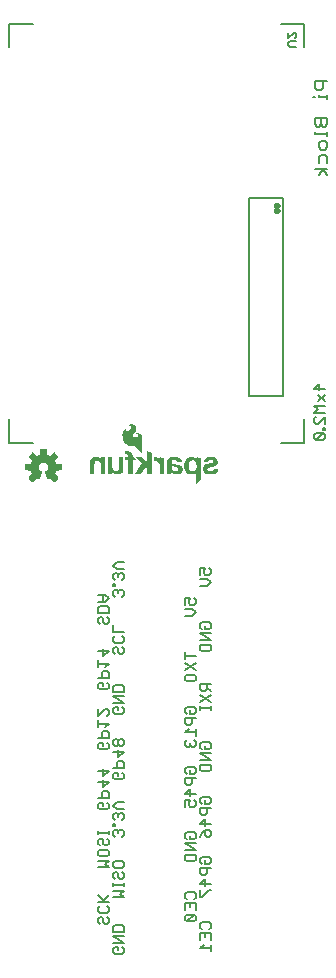
<source format=gbr>
G04 EAGLE Gerber RS-274X export*
G75*
%MOMM*%
%FSLAX34Y34*%
%LPD*%
%INSilkscreen Bottom*%
%IPPOS*%
%AMOC8*
5,1,8,0,0,1.08239X$1,22.5*%
G01*
%ADD10C,0.152400*%
%ADD11C,0.203200*%
%ADD12C,0.304800*%
%ADD13C,0.127000*%

G36*
X67740Y5226D02*
X67740Y5226D01*
X67848Y5236D01*
X67861Y5242D01*
X67875Y5244D01*
X67972Y5292D01*
X68071Y5337D01*
X68084Y5348D01*
X68093Y5352D01*
X68108Y5368D01*
X68185Y5430D01*
X70770Y8015D01*
X70833Y8104D01*
X70899Y8189D01*
X70904Y8202D01*
X70912Y8214D01*
X70943Y8317D01*
X70979Y8420D01*
X70979Y8434D01*
X70983Y8447D01*
X70979Y8555D01*
X70980Y8664D01*
X70975Y8677D01*
X70975Y8691D01*
X70937Y8793D01*
X70902Y8895D01*
X70893Y8910D01*
X70889Y8919D01*
X70875Y8936D01*
X70821Y9018D01*
X68057Y12408D01*
X68614Y13490D01*
X68620Y13510D01*
X68662Y13605D01*
X69033Y14764D01*
X73384Y15207D01*
X73488Y15235D01*
X73594Y15260D01*
X73606Y15267D01*
X73619Y15270D01*
X73709Y15331D01*
X73802Y15388D01*
X73810Y15399D01*
X73822Y15407D01*
X73888Y15493D01*
X73957Y15577D01*
X73961Y15590D01*
X73970Y15601D01*
X74004Y15704D01*
X74043Y15805D01*
X74044Y15823D01*
X74048Y15832D01*
X74048Y15854D01*
X74057Y15952D01*
X74057Y19608D01*
X74040Y19715D01*
X74026Y19823D01*
X74020Y19835D01*
X74018Y19849D01*
X73966Y19945D01*
X73919Y20042D01*
X73909Y20052D01*
X73903Y20064D01*
X73823Y20138D01*
X73747Y20215D01*
X73735Y20221D01*
X73725Y20231D01*
X73626Y20276D01*
X73529Y20324D01*
X73511Y20328D01*
X73502Y20332D01*
X73481Y20334D01*
X73384Y20353D01*
X69033Y20796D01*
X68662Y21955D01*
X68653Y21973D01*
X68651Y21980D01*
X68647Y21987D01*
X68614Y22070D01*
X68057Y23152D01*
X70821Y26542D01*
X70875Y26636D01*
X70932Y26728D01*
X70935Y26741D01*
X70942Y26753D01*
X70963Y26860D01*
X70988Y26965D01*
X70986Y26979D01*
X70989Y26993D01*
X70974Y27100D01*
X70964Y27208D01*
X70958Y27221D01*
X70956Y27235D01*
X70908Y27332D01*
X70863Y27431D01*
X70852Y27444D01*
X70848Y27453D01*
X70832Y27468D01*
X70770Y27545D01*
X68185Y30130D01*
X68096Y30193D01*
X68011Y30259D01*
X67998Y30264D01*
X67986Y30272D01*
X67883Y30303D01*
X67780Y30339D01*
X67766Y30339D01*
X67753Y30343D01*
X67645Y30339D01*
X67536Y30340D01*
X67523Y30335D01*
X67509Y30335D01*
X67407Y30297D01*
X67305Y30262D01*
X67290Y30253D01*
X67281Y30249D01*
X67264Y30235D01*
X67182Y30181D01*
X63792Y27417D01*
X62710Y27974D01*
X62690Y27980D01*
X62595Y28022D01*
X61436Y28393D01*
X60993Y32744D01*
X60965Y32848D01*
X60940Y32954D01*
X60933Y32966D01*
X60930Y32979D01*
X60869Y33069D01*
X60812Y33162D01*
X60801Y33170D01*
X60793Y33182D01*
X60707Y33248D01*
X60623Y33317D01*
X60610Y33321D01*
X60599Y33330D01*
X60496Y33364D01*
X60395Y33403D01*
X60377Y33404D01*
X60368Y33408D01*
X60346Y33408D01*
X60248Y33417D01*
X56592Y33417D01*
X56485Y33400D01*
X56377Y33386D01*
X56365Y33380D01*
X56351Y33378D01*
X56255Y33326D01*
X56158Y33279D01*
X56148Y33269D01*
X56136Y33263D01*
X56062Y33183D01*
X55985Y33107D01*
X55979Y33095D01*
X55969Y33085D01*
X55924Y32986D01*
X55876Y32889D01*
X55872Y32871D01*
X55868Y32862D01*
X55866Y32841D01*
X55847Y32744D01*
X55404Y28393D01*
X54245Y28022D01*
X54227Y28012D01*
X54130Y27974D01*
X53048Y27417D01*
X49658Y30181D01*
X49564Y30235D01*
X49472Y30292D01*
X49459Y30295D01*
X49447Y30302D01*
X49340Y30323D01*
X49235Y30348D01*
X49221Y30346D01*
X49207Y30349D01*
X49100Y30334D01*
X48992Y30324D01*
X48979Y30318D01*
X48966Y30316D01*
X48868Y30268D01*
X48769Y30223D01*
X48756Y30212D01*
X48747Y30208D01*
X48732Y30192D01*
X48655Y30130D01*
X46070Y27545D01*
X46007Y27456D01*
X45941Y27371D01*
X45936Y27358D01*
X45928Y27346D01*
X45897Y27243D01*
X45861Y27140D01*
X45861Y27126D01*
X45857Y27113D01*
X45861Y27005D01*
X45860Y26896D01*
X45865Y26883D01*
X45865Y26869D01*
X45903Y26767D01*
X45938Y26665D01*
X45947Y26650D01*
X45951Y26641D01*
X45965Y26624D01*
X46019Y26542D01*
X48783Y23152D01*
X48226Y22070D01*
X48220Y22050D01*
X48178Y21955D01*
X47807Y20796D01*
X43456Y20353D01*
X43352Y20325D01*
X43246Y20300D01*
X43234Y20293D01*
X43221Y20290D01*
X43131Y20229D01*
X43038Y20172D01*
X43030Y20161D01*
X43018Y20153D01*
X42952Y20067D01*
X42884Y19983D01*
X42879Y19970D01*
X42870Y19959D01*
X42836Y19856D01*
X42797Y19755D01*
X42796Y19737D01*
X42792Y19728D01*
X42793Y19706D01*
X42783Y19608D01*
X42783Y15952D01*
X42800Y15845D01*
X42814Y15737D01*
X42820Y15725D01*
X42822Y15711D01*
X42874Y15615D01*
X42921Y15518D01*
X42931Y15508D01*
X42937Y15496D01*
X43017Y15422D01*
X43093Y15345D01*
X43105Y15339D01*
X43116Y15329D01*
X43214Y15284D01*
X43311Y15236D01*
X43329Y15232D01*
X43338Y15228D01*
X43359Y15226D01*
X43456Y15207D01*
X47807Y14764D01*
X48178Y13605D01*
X48188Y13587D01*
X48226Y13490D01*
X48783Y12408D01*
X46019Y9018D01*
X45965Y8924D01*
X45908Y8832D01*
X45905Y8819D01*
X45898Y8807D01*
X45877Y8700D01*
X45852Y8595D01*
X45854Y8581D01*
X45851Y8567D01*
X45866Y8460D01*
X45876Y8352D01*
X45882Y8339D01*
X45884Y8326D01*
X45932Y8228D01*
X45977Y8129D01*
X45988Y8116D01*
X45992Y8107D01*
X46008Y8092D01*
X46070Y8015D01*
X48655Y5430D01*
X48744Y5367D01*
X48829Y5301D01*
X48842Y5296D01*
X48854Y5288D01*
X48957Y5257D01*
X49060Y5221D01*
X49074Y5221D01*
X49087Y5217D01*
X49195Y5221D01*
X49304Y5220D01*
X49317Y5225D01*
X49331Y5225D01*
X49433Y5263D01*
X49535Y5298D01*
X49550Y5307D01*
X49559Y5311D01*
X49576Y5325D01*
X49658Y5379D01*
X53048Y8143D01*
X54130Y7586D01*
X54183Y7569D01*
X54232Y7543D01*
X54298Y7532D01*
X54362Y7511D01*
X54418Y7512D01*
X54472Y7503D01*
X54539Y7514D01*
X54606Y7515D01*
X54658Y7533D01*
X54713Y7542D01*
X54773Y7574D01*
X54836Y7597D01*
X54879Y7631D01*
X54929Y7657D01*
X54975Y7706D01*
X55027Y7748D01*
X55058Y7795D01*
X55096Y7835D01*
X55152Y7940D01*
X55160Y7953D01*
X55161Y7958D01*
X55165Y7965D01*
X57318Y13162D01*
X57338Y13245D01*
X57343Y13258D01*
X57345Y13274D01*
X57370Y13359D01*
X57369Y13380D01*
X57374Y13400D01*
X57366Y13482D01*
X57367Y13501D01*
X57363Y13521D01*
X57359Y13602D01*
X57352Y13622D01*
X57350Y13643D01*
X57318Y13712D01*
X57312Y13739D01*
X57297Y13763D01*
X57271Y13830D01*
X57258Y13846D01*
X57249Y13865D01*
X57204Y13914D01*
X57184Y13946D01*
X57153Y13971D01*
X57115Y14017D01*
X57092Y14033D01*
X57082Y14043D01*
X57061Y14055D01*
X56996Y14100D01*
X56995Y14101D01*
X56994Y14102D01*
X56095Y14608D01*
X55408Y15252D01*
X54893Y16040D01*
X54581Y16928D01*
X54489Y17865D01*
X54622Y18797D01*
X54973Y19671D01*
X55522Y20436D01*
X56236Y21049D01*
X57076Y21474D01*
X57993Y21688D01*
X58934Y21678D01*
X59846Y21444D01*
X60676Y21001D01*
X61377Y20372D01*
X61909Y19595D01*
X62240Y18714D01*
X62353Y17779D01*
X62245Y16862D01*
X61925Y15994D01*
X61411Y15225D01*
X60732Y14598D01*
X59848Y14103D01*
X59806Y14070D01*
X59764Y14047D01*
X59733Y14014D01*
X59685Y13979D01*
X59673Y13963D01*
X59657Y13950D01*
X59622Y13895D01*
X59597Y13869D01*
X59584Y13839D01*
X59542Y13781D01*
X59536Y13762D01*
X59526Y13745D01*
X59507Y13670D01*
X59497Y13647D01*
X59494Y13623D01*
X59471Y13548D01*
X59472Y13528D01*
X59467Y13508D01*
X59474Y13422D01*
X59473Y13404D01*
X59476Y13388D01*
X59479Y13304D01*
X59487Y13279D01*
X59488Y13265D01*
X59498Y13243D01*
X59522Y13162D01*
X60451Y10919D01*
X60451Y10918D01*
X61382Y8671D01*
X61383Y8671D01*
X61675Y7965D01*
X61704Y7918D01*
X61725Y7866D01*
X61768Y7815D01*
X61804Y7758D01*
X61847Y7723D01*
X61883Y7680D01*
X61940Y7646D01*
X61992Y7603D01*
X62044Y7584D01*
X62092Y7555D01*
X62158Y7541D01*
X62221Y7517D01*
X62276Y7515D01*
X62330Y7504D01*
X62397Y7511D01*
X62464Y7509D01*
X62518Y7525D01*
X62573Y7532D01*
X62684Y7576D01*
X62698Y7580D01*
X62702Y7583D01*
X62710Y7586D01*
X63792Y8143D01*
X67182Y5379D01*
X67276Y5325D01*
X67368Y5268D01*
X67381Y5265D01*
X67393Y5258D01*
X67500Y5237D01*
X67605Y5212D01*
X67619Y5214D01*
X67633Y5211D01*
X67740Y5226D01*
G37*
G36*
X142225Y29039D02*
X142225Y29039D01*
X142225Y29040D01*
X142225Y41840D01*
X142225Y41841D01*
X142025Y43641D01*
X142024Y43641D01*
X142025Y43642D01*
X141825Y44242D01*
X141824Y44242D01*
X141524Y44842D01*
X141524Y44843D01*
X141224Y45343D01*
X141223Y45343D01*
X141223Y45344D01*
X140723Y45644D01*
X140323Y45944D01*
X140322Y45944D01*
X140322Y45945D01*
X139322Y46345D01*
X139321Y46344D01*
X139321Y46345D01*
X138721Y46445D01*
X138720Y46445D01*
X137920Y46445D01*
X137919Y46444D01*
X137919Y46445D01*
X137519Y46345D01*
X137320Y46345D01*
X137319Y46344D01*
X137318Y46344D01*
X137118Y46244D01*
X137117Y46244D01*
X137117Y46242D01*
X137115Y46238D01*
X137117Y46238D01*
X137116Y46236D01*
X137216Y46136D01*
X137218Y46136D01*
X137618Y45936D01*
X137618Y45935D01*
X137917Y45836D01*
X138116Y45636D01*
X138316Y45437D01*
X138516Y45138D01*
X138615Y44839D01*
X138615Y44541D01*
X138515Y44242D01*
X138316Y43843D01*
X138017Y43544D01*
X137718Y43344D01*
X137219Y43145D01*
X136720Y43045D01*
X135921Y43045D01*
X135122Y43245D01*
X134523Y43644D01*
X134124Y44143D01*
X133925Y44741D01*
X133925Y45439D01*
X134224Y46137D01*
X134924Y46937D01*
X135724Y47837D01*
X136424Y48637D01*
X136424Y48638D01*
X136924Y49538D01*
X136924Y49539D01*
X136925Y49539D01*
X137125Y50439D01*
X137125Y50440D01*
X137125Y51240D01*
X137124Y51241D01*
X137125Y51242D01*
X136825Y52142D01*
X136824Y52142D01*
X136824Y52143D01*
X136324Y52843D01*
X136323Y52843D01*
X136323Y52844D01*
X135423Y53644D01*
X135422Y53644D01*
X134322Y54244D01*
X134321Y54244D01*
X134321Y54245D01*
X133221Y54445D01*
X133220Y54445D01*
X132220Y54445D01*
X132219Y54444D01*
X132218Y54445D01*
X131318Y54145D01*
X130518Y53845D01*
X130518Y53844D01*
X129918Y53544D01*
X129917Y53544D01*
X129517Y53244D01*
X129516Y53244D01*
X129416Y53144D01*
X129416Y53142D01*
X129415Y53141D01*
X129416Y53139D01*
X129416Y53137D01*
X129418Y53137D01*
X129420Y53135D01*
X129720Y53135D01*
X129721Y53136D01*
X129722Y53135D01*
X130021Y53235D01*
X130319Y53235D01*
X130719Y53135D01*
X131218Y53035D01*
X131617Y52836D01*
X132016Y52537D01*
X132216Y52238D01*
X132315Y51938D01*
X132316Y51938D01*
X132415Y51738D01*
X132515Y51440D01*
X132415Y51142D01*
X132415Y51141D01*
X132315Y50742D01*
X132116Y50443D01*
X132116Y50442D01*
X131916Y50043D01*
X131617Y49744D01*
X131317Y49544D01*
X130917Y49244D01*
X130618Y49044D01*
X129819Y48645D01*
X129121Y48645D01*
X128822Y48745D01*
X128524Y48943D01*
X128425Y49242D01*
X128325Y49541D01*
X128325Y50340D01*
X128324Y50341D01*
X128325Y50342D01*
X128323Y50342D01*
X128321Y50345D01*
X128319Y50344D01*
X128318Y50344D01*
X127518Y49944D01*
X127517Y49943D01*
X127516Y49943D01*
X126716Y49043D01*
X126016Y47843D01*
X126016Y47842D01*
X126015Y47842D01*
X125515Y46442D01*
X125515Y46441D01*
X125215Y44841D01*
X125216Y44840D01*
X125215Y44840D01*
X125315Y43040D01*
X125316Y43039D01*
X125315Y43039D01*
X125815Y41239D01*
X125816Y41238D01*
X126816Y39438D01*
X126816Y39437D01*
X127516Y38537D01*
X127517Y38537D01*
X127516Y38536D01*
X128316Y37736D01*
X128317Y37736D01*
X129117Y37036D01*
X130117Y36436D01*
X130118Y36436D01*
X130118Y36435D01*
X131118Y36035D01*
X131119Y36036D01*
X131119Y36035D01*
X132219Y35735D01*
X133419Y35535D01*
X133420Y35535D01*
X135320Y35535D01*
X135918Y35435D01*
X136417Y35136D01*
X136917Y34736D01*
X137417Y34336D01*
X137916Y33737D01*
X137917Y33737D01*
X137916Y33736D01*
X139216Y32437D01*
X139716Y31737D01*
X139717Y31737D01*
X139716Y31736D01*
X140316Y31137D01*
X140816Y30537D01*
X140817Y30537D01*
X140816Y30536D01*
X141316Y30037D01*
X141616Y29637D01*
X141617Y29637D01*
X141616Y29636D01*
X141916Y29337D01*
X142116Y29037D01*
X142119Y29036D01*
X142120Y29035D01*
X142220Y29035D01*
X142225Y29039D01*
G37*
G36*
X187921Y3537D02*
X187921Y3537D01*
X187924Y3536D01*
X188823Y4436D01*
X190323Y5636D01*
X190323Y5637D01*
X190324Y5636D01*
X191223Y6536D01*
X191723Y6936D01*
X191724Y6939D01*
X191725Y6940D01*
X191725Y25440D01*
X191722Y25443D01*
X191721Y25445D01*
X191321Y25545D01*
X190821Y25645D01*
X190820Y25645D01*
X190321Y25645D01*
X189921Y25745D01*
X189421Y25845D01*
X189021Y25945D01*
X188021Y26145D01*
X188020Y26144D01*
X188015Y26142D01*
X188016Y26141D01*
X188015Y26140D01*
X188015Y24354D01*
X187624Y24843D01*
X187624Y24844D01*
X187224Y25244D01*
X187223Y25244D01*
X186723Y25644D01*
X185723Y26244D01*
X185721Y26244D01*
X185721Y26245D01*
X184521Y26445D01*
X184520Y26445D01*
X183820Y26445D01*
X183760Y26441D01*
X183685Y26436D01*
X183611Y26431D01*
X183610Y26431D01*
X183536Y26426D01*
X183462Y26421D01*
X183461Y26421D01*
X183387Y26416D01*
X183312Y26411D01*
X183238Y26406D01*
X183163Y26401D01*
X183089Y26396D01*
X183014Y26391D01*
X182940Y26386D01*
X182865Y26381D01*
X182791Y26376D01*
X182716Y26371D01*
X182642Y26366D01*
X182567Y26361D01*
X182493Y26357D01*
X182418Y26352D01*
X182344Y26347D01*
X182343Y26347D01*
X182320Y26345D01*
X182319Y26344D01*
X182318Y26345D01*
X180918Y25845D01*
X180918Y25844D01*
X180917Y25844D01*
X179817Y25144D01*
X179817Y25143D01*
X179816Y25143D01*
X178916Y24143D01*
X178216Y23043D01*
X178216Y23042D01*
X178215Y23041D01*
X177815Y21741D01*
X177515Y20341D01*
X177515Y20340D01*
X177415Y18840D01*
X177515Y17440D01*
X177515Y17439D01*
X177815Y16139D01*
X177816Y16139D01*
X177815Y16138D01*
X178315Y14938D01*
X178316Y14938D01*
X178916Y13838D01*
X178917Y13837D01*
X178916Y13836D01*
X179816Y12936D01*
X179817Y12936D01*
X180917Y12136D01*
X180918Y12136D01*
X180918Y12135D01*
X182118Y11735D01*
X182119Y11736D01*
X182119Y11735D01*
X183619Y11535D01*
X183620Y11536D01*
X183621Y11535D01*
X185421Y11835D01*
X185421Y11836D01*
X185422Y11836D01*
X186022Y12136D01*
X186023Y12136D01*
X187023Y12736D01*
X187023Y12737D01*
X187024Y12737D01*
X187424Y13237D01*
X187822Y13735D01*
X187915Y13735D01*
X187915Y3540D01*
X187916Y3539D01*
X187916Y3537D01*
X187918Y3537D01*
X187919Y3535D01*
X187921Y3537D01*
G37*
G36*
X171921Y11535D02*
X171921Y11535D01*
X172421Y11635D01*
X172920Y11635D01*
X172921Y11636D01*
X172921Y11635D01*
X173321Y11735D01*
X173322Y11736D01*
X173322Y11735D01*
X173822Y11935D01*
X173822Y11936D01*
X174222Y12136D01*
X174223Y12136D01*
X174522Y12336D01*
X174922Y12536D01*
X174923Y12537D01*
X174924Y12536D01*
X175224Y12836D01*
X175224Y12837D01*
X175424Y13137D01*
X175724Y13537D01*
X175924Y13837D01*
X175924Y13839D01*
X175925Y13839D01*
X176025Y14338D01*
X176224Y14738D01*
X176224Y14739D01*
X176225Y14739D01*
X176225Y14740D01*
X176225Y15240D01*
X176325Y15739D01*
X176324Y15740D01*
X176325Y15741D01*
X176125Y16841D01*
X176125Y16842D01*
X175825Y17742D01*
X175824Y17742D01*
X175424Y18442D01*
X175423Y18443D01*
X175423Y18444D01*
X174723Y19044D01*
X174722Y19044D01*
X174022Y19444D01*
X174022Y19445D01*
X173222Y19745D01*
X173221Y19745D01*
X172421Y19945D01*
X169721Y20245D01*
X169021Y20345D01*
X168321Y20545D01*
X167722Y20745D01*
X167223Y21044D01*
X166925Y21442D01*
X166925Y22539D01*
X167224Y23137D01*
X167324Y23236D01*
X167324Y23238D01*
X167424Y23436D01*
X168021Y23735D01*
X168220Y23735D01*
X168221Y23736D01*
X168222Y23736D01*
X168421Y23835D01*
X170219Y23835D01*
X171217Y23336D01*
X171616Y22937D01*
X171715Y22738D01*
X171815Y22438D01*
X171816Y22438D01*
X171915Y22239D01*
X171915Y21740D01*
X171919Y21735D01*
X171920Y21735D01*
X175820Y21735D01*
X175821Y21736D01*
X175825Y21739D01*
X175824Y21740D01*
X175825Y21740D01*
X175825Y21741D01*
X175625Y22941D01*
X175624Y22941D01*
X175625Y22942D01*
X175425Y23542D01*
X175424Y23542D01*
X175424Y23543D01*
X175124Y23943D01*
X174824Y24443D01*
X174524Y24843D01*
X174523Y24843D01*
X174523Y24844D01*
X174123Y25144D01*
X173123Y25744D01*
X173122Y25744D01*
X173122Y25745D01*
X172622Y25945D01*
X172621Y25944D01*
X172621Y25945D01*
X172121Y26045D01*
X171522Y26245D01*
X171521Y26245D01*
X170921Y26345D01*
X170421Y26445D01*
X170420Y26445D01*
X168120Y26445D01*
X168119Y26445D01*
X167620Y26345D01*
X167020Y26345D01*
X167019Y26345D01*
X166519Y26245D01*
X166519Y26244D01*
X166518Y26245D01*
X166019Y26045D01*
X165519Y25945D01*
X165519Y25944D01*
X165518Y25945D01*
X165018Y25745D01*
X165018Y25744D01*
X165017Y25744D01*
X163817Y24844D01*
X163817Y24843D01*
X163816Y24843D01*
X163516Y24443D01*
X163516Y24442D01*
X163316Y24042D01*
X163315Y24042D01*
X163115Y23542D01*
X163116Y23541D01*
X163115Y23541D01*
X163015Y23041D01*
X163015Y23040D01*
X163015Y14341D01*
X162916Y14142D01*
X162916Y14141D01*
X162915Y14140D01*
X162915Y13241D01*
X162816Y13042D01*
X162815Y13041D01*
X162816Y13041D01*
X162815Y13040D01*
X162815Y12841D01*
X162716Y12642D01*
X162716Y12641D01*
X162715Y12640D01*
X162715Y12341D01*
X162616Y12143D01*
X162516Y12044D01*
X162516Y12041D01*
X162515Y12040D01*
X162515Y11940D01*
X162519Y11935D01*
X162520Y11935D01*
X166420Y11935D01*
X166425Y11939D01*
X166425Y11940D01*
X166425Y12038D01*
X166524Y12136D01*
X166524Y12139D01*
X166525Y12140D01*
X166525Y12238D01*
X166624Y12336D01*
X166624Y12338D01*
X166625Y12339D01*
X166625Y12340D01*
X166625Y12638D01*
X166724Y12736D01*
X166724Y12739D01*
X166725Y12740D01*
X166725Y13324D01*
X166916Y13037D01*
X166917Y13037D01*
X166917Y13036D01*
X167217Y12836D01*
X167416Y12636D01*
X167417Y12636D01*
X167717Y12436D01*
X167718Y12436D01*
X167718Y12435D01*
X168018Y12336D01*
X168317Y12136D01*
X168318Y12136D01*
X168318Y12135D01*
X169518Y11735D01*
X169519Y11736D01*
X169520Y11735D01*
X169819Y11735D01*
X170118Y11635D01*
X170119Y11636D01*
X170120Y11635D01*
X170519Y11635D01*
X170818Y11535D01*
X170819Y11536D01*
X170820Y11535D01*
X171920Y11535D01*
X171921Y11535D01*
G37*
G36*
X140922Y11937D02*
X140922Y11937D01*
X140924Y11937D01*
X144821Y18232D01*
X146315Y16838D01*
X146315Y11940D01*
X146319Y11935D01*
X146320Y11935D01*
X150220Y11935D01*
X150225Y11939D01*
X150225Y11940D01*
X150225Y29340D01*
X150223Y29342D01*
X150222Y29344D01*
X146322Y31444D01*
X146321Y31444D01*
X146321Y31445D01*
X146319Y31444D01*
X146316Y31443D01*
X146316Y31441D01*
X146315Y31440D01*
X146315Y21052D01*
X141424Y26143D01*
X141421Y26144D01*
X141420Y26145D01*
X136820Y26145D01*
X136819Y26144D01*
X136817Y26144D01*
X136817Y26142D01*
X136815Y26141D01*
X136817Y26139D01*
X136817Y26136D01*
X142114Y20939D01*
X136216Y11943D01*
X136216Y11941D01*
X136215Y11941D01*
X136216Y11939D01*
X136217Y11936D01*
X136219Y11937D01*
X136220Y11935D01*
X140920Y11935D01*
X140922Y11937D01*
G37*
G36*
X101425Y11939D02*
X101425Y11939D01*
X101425Y11940D01*
X101425Y19940D01*
X101525Y20739D01*
X101625Y21439D01*
X101725Y22038D01*
X102024Y22537D01*
X102323Y22936D01*
X102822Y23235D01*
X103321Y23335D01*
X103920Y23435D01*
X104719Y23335D01*
X105318Y23235D01*
X105817Y22936D01*
X106216Y22437D01*
X106516Y21938D01*
X106815Y21239D01*
X106915Y20339D01*
X106915Y11940D01*
X106919Y11935D01*
X106920Y11935D01*
X110820Y11935D01*
X110825Y11939D01*
X110825Y11940D01*
X110825Y26140D01*
X110821Y26145D01*
X110820Y26145D01*
X107120Y26145D01*
X107115Y26141D01*
X107115Y26140D01*
X107115Y24145D01*
X107023Y24145D01*
X106624Y24743D01*
X106624Y24744D01*
X106224Y25144D01*
X106223Y25144D01*
X105723Y25544D01*
X105123Y25944D01*
X105122Y25944D01*
X105122Y25945D01*
X103922Y26345D01*
X103921Y26345D01*
X103321Y26445D01*
X103320Y26445D01*
X102720Y26445D01*
X102703Y26444D01*
X102633Y26439D01*
X102564Y26434D01*
X102494Y26429D01*
X102425Y26424D01*
X102355Y26419D01*
X102286Y26414D01*
X102216Y26409D01*
X102147Y26404D01*
X102146Y26404D01*
X102077Y26399D01*
X102007Y26394D01*
X101938Y26389D01*
X101868Y26384D01*
X101799Y26379D01*
X101729Y26374D01*
X101660Y26369D01*
X101590Y26364D01*
X101520Y26359D01*
X101451Y26354D01*
X101381Y26349D01*
X101320Y26345D01*
X101319Y26345D01*
X100219Y26045D01*
X100218Y26044D01*
X99318Y25544D01*
X99317Y25543D01*
X99316Y25544D01*
X98616Y24844D01*
X98616Y24843D01*
X98116Y24043D01*
X98116Y24042D01*
X98115Y24041D01*
X97815Y23041D01*
X97615Y21941D01*
X97615Y21940D01*
X97515Y20640D01*
X97515Y11940D01*
X97519Y11935D01*
X97520Y11935D01*
X101420Y11935D01*
X101425Y11939D01*
G37*
G36*
X122420Y11635D02*
X122420Y11635D01*
X122421Y11636D01*
X122422Y11635D01*
X123522Y12035D01*
X123522Y12036D01*
X124422Y12536D01*
X124423Y12536D01*
X125123Y13136D01*
X125123Y13137D01*
X125124Y13138D01*
X125624Y14038D01*
X125625Y14039D01*
X125925Y15039D01*
X126125Y16139D01*
X126125Y16140D01*
X126125Y26140D01*
X126121Y26145D01*
X126120Y26145D01*
X122320Y26145D01*
X122315Y26141D01*
X122315Y26140D01*
X122315Y18140D01*
X122115Y16541D01*
X122015Y15942D01*
X121716Y15543D01*
X121417Y15144D01*
X120918Y14845D01*
X120419Y14745D01*
X119820Y14645D01*
X119021Y14745D01*
X118422Y14845D01*
X117923Y15144D01*
X117524Y15543D01*
X117225Y16142D01*
X116925Y16841D01*
X116825Y17640D01*
X116825Y26140D01*
X116821Y26145D01*
X116820Y26145D01*
X112920Y26145D01*
X112915Y26141D01*
X112915Y26140D01*
X112915Y11940D01*
X112919Y11935D01*
X112920Y11935D01*
X116620Y11935D01*
X116625Y11939D01*
X116625Y11940D01*
X116625Y13935D01*
X116717Y13935D01*
X117116Y13337D01*
X117516Y12837D01*
X117517Y12837D01*
X117517Y12836D01*
X118017Y12436D01*
X118018Y12436D01*
X118618Y12136D01*
X118618Y12135D01*
X119118Y11935D01*
X119718Y11735D01*
X119719Y11736D01*
X119719Y11735D01*
X120419Y11635D01*
X121019Y11535D01*
X121020Y11536D01*
X121020Y11535D01*
X122420Y11635D01*
G37*
G36*
X201020Y11635D02*
X201020Y11635D01*
X201021Y11635D01*
X202221Y11835D01*
X203321Y12135D01*
X203322Y12136D01*
X204322Y12636D01*
X204323Y12636D01*
X205123Y13336D01*
X205123Y13337D01*
X205124Y13337D01*
X205824Y14237D01*
X205824Y14238D01*
X205825Y14238D01*
X206225Y15238D01*
X206224Y15239D01*
X206225Y15239D01*
X206425Y16539D01*
X206425Y16540D01*
X206421Y16545D01*
X206421Y16544D01*
X206420Y16545D01*
X202720Y16545D01*
X202715Y16541D01*
X202715Y16540D01*
X202715Y15941D01*
X202516Y15443D01*
X202216Y15044D01*
X201817Y14744D01*
X201418Y14445D01*
X200819Y14345D01*
X200319Y14245D01*
X199720Y14145D01*
X199321Y14245D01*
X199320Y14244D01*
X199320Y14245D01*
X198921Y14245D01*
X198522Y14345D01*
X198123Y14544D01*
X197723Y14844D01*
X197425Y15143D01*
X197325Y15541D01*
X197225Y15940D01*
X197325Y16338D01*
X197524Y16737D01*
X197923Y17036D01*
X198422Y17335D01*
X199021Y17535D01*
X200621Y17935D01*
X201621Y18135D01*
X202521Y18335D01*
X202521Y18336D01*
X202522Y18335D01*
X203322Y18635D01*
X204022Y18935D01*
X204022Y18936D01*
X204722Y19336D01*
X204723Y19336D01*
X205323Y19736D01*
X205323Y19737D01*
X205324Y19737D01*
X205724Y20337D01*
X205724Y20338D01*
X205725Y20338D01*
X206025Y21038D01*
X206024Y21039D01*
X206025Y21039D01*
X206125Y21939D01*
X206125Y21940D01*
X206025Y23140D01*
X206024Y23141D01*
X206025Y23142D01*
X205625Y24142D01*
X205624Y24142D01*
X205624Y24143D01*
X204924Y24943D01*
X204923Y24943D01*
X204923Y24944D01*
X204223Y25544D01*
X204222Y25544D01*
X203222Y26044D01*
X203221Y26044D01*
X203221Y26045D01*
X202221Y26245D01*
X201121Y26445D01*
X201120Y26445D01*
X198820Y26445D01*
X198819Y26445D01*
X197719Y26245D01*
X196719Y25945D01*
X196718Y25944D01*
X196718Y25945D01*
X195818Y25545D01*
X195818Y25544D01*
X195817Y25544D01*
X195017Y24944D01*
X195017Y24943D01*
X195016Y24943D01*
X194416Y24143D01*
X194416Y24142D01*
X193916Y23142D01*
X193916Y23141D01*
X193915Y23141D01*
X193715Y21941D01*
X193716Y21940D01*
X193719Y21935D01*
X193719Y21936D01*
X193720Y21935D01*
X197420Y21935D01*
X197424Y21938D01*
X197425Y21939D01*
X197525Y22439D01*
X197724Y22938D01*
X197924Y23236D01*
X198222Y23436D01*
X198622Y23636D01*
X199121Y23835D01*
X200819Y23835D01*
X201118Y23735D01*
X201119Y23735D01*
X201519Y23635D01*
X201817Y23536D01*
X202215Y22938D01*
X202215Y22541D01*
X202115Y22142D01*
X201816Y21744D01*
X201417Y21444D01*
X200818Y21145D01*
X200219Y20945D01*
X199419Y20845D01*
X197019Y20245D01*
X196119Y20045D01*
X196118Y20044D01*
X194718Y19244D01*
X194717Y19244D01*
X194117Y18744D01*
X194117Y18743D01*
X194116Y18743D01*
X193716Y18143D01*
X193716Y18142D01*
X193715Y18142D01*
X193415Y17442D01*
X193416Y17441D01*
X193415Y17441D01*
X193315Y16541D01*
X193316Y16540D01*
X193315Y16539D01*
X193515Y15239D01*
X193516Y15239D01*
X193515Y15238D01*
X193915Y14138D01*
X193916Y14138D01*
X193916Y14137D01*
X194516Y13337D01*
X194517Y13337D01*
X194517Y13336D01*
X195317Y12636D01*
X195318Y12636D01*
X196318Y12136D01*
X196319Y12135D01*
X197419Y11835D01*
X198619Y11635D01*
X198620Y11635D01*
X199820Y11535D01*
X201020Y11635D01*
G37*
G36*
X133825Y11939D02*
X133825Y11939D01*
X133825Y11940D01*
X133825Y23535D01*
X137720Y23535D01*
X137722Y23536D01*
X137724Y23537D01*
X137723Y23538D01*
X137725Y23539D01*
X137723Y23541D01*
X137723Y23544D01*
X137323Y23844D01*
X135724Y25444D01*
X135723Y25444D01*
X135324Y25744D01*
X135024Y26143D01*
X135021Y26144D01*
X135020Y26145D01*
X133825Y26145D01*
X133825Y28140D01*
X133824Y28141D01*
X133825Y28142D01*
X133525Y28942D01*
X133225Y29642D01*
X133224Y29642D01*
X133224Y29643D01*
X132724Y30243D01*
X132723Y30243D01*
X132723Y30244D01*
X132023Y30744D01*
X132022Y30744D01*
X131222Y31144D01*
X131221Y31145D01*
X130221Y31445D01*
X130221Y31444D01*
X130220Y31445D01*
X127320Y31445D01*
X127319Y31444D01*
X127318Y31444D01*
X127118Y31344D01*
X127117Y31341D01*
X127115Y31340D01*
X127115Y28540D01*
X127119Y28535D01*
X127120Y28535D01*
X128819Y28535D01*
X129218Y28435D01*
X129617Y28236D01*
X129816Y27938D01*
X129915Y27739D01*
X129915Y27340D01*
X129916Y27339D01*
X129915Y27339D01*
X130015Y26939D01*
X130015Y26145D01*
X127320Y26145D01*
X127315Y26141D01*
X127315Y26140D01*
X127315Y23540D01*
X127319Y23535D01*
X127320Y23535D01*
X130015Y23535D01*
X130015Y11940D01*
X130019Y11935D01*
X130020Y11935D01*
X133820Y11935D01*
X133825Y11939D01*
G37*
G36*
X160825Y11939D02*
X160825Y11939D01*
X160825Y11940D01*
X160825Y25440D01*
X160822Y25444D01*
X160821Y25445D01*
X160321Y25545D01*
X159921Y25645D01*
X159920Y25644D01*
X159920Y25645D01*
X159420Y25645D01*
X158921Y25745D01*
X158521Y25845D01*
X158021Y25945D01*
X157521Y26045D01*
X157121Y26145D01*
X157120Y26144D01*
X157115Y26142D01*
X157116Y26141D01*
X157115Y26140D01*
X157115Y23459D01*
X156724Y24142D01*
X156724Y24143D01*
X156324Y24643D01*
X155824Y25243D01*
X155823Y25243D01*
X155823Y25244D01*
X155323Y25644D01*
X155322Y25644D01*
X154622Y26044D01*
X154622Y26045D01*
X154022Y26245D01*
X154021Y26245D01*
X153321Y26445D01*
X153321Y26444D01*
X153320Y26445D01*
X151920Y26445D01*
X151918Y26443D01*
X151916Y26444D01*
X151818Y26345D01*
X151720Y26345D01*
X151715Y26341D01*
X151715Y26340D01*
X151715Y22740D01*
X151719Y22735D01*
X151720Y22735D01*
X151820Y22735D01*
X151821Y22736D01*
X151822Y22736D01*
X152021Y22835D01*
X153120Y22835D01*
X154119Y22735D01*
X154918Y22535D01*
X155617Y22136D01*
X156116Y21537D01*
X156515Y20838D01*
X156715Y20139D01*
X156915Y19239D01*
X156915Y11940D01*
X156919Y11935D01*
X156920Y11935D01*
X160820Y11935D01*
X160825Y11939D01*
G37*
%LPC*%
G36*
X183821Y14645D02*
X183821Y14645D01*
X183022Y14845D01*
X182424Y15343D01*
X182024Y15843D01*
X181725Y16542D01*
X181425Y17341D01*
X181325Y18140D01*
X181325Y19840D01*
X181425Y20639D01*
X181725Y21438D01*
X182024Y22137D01*
X182523Y22736D01*
X183122Y23136D01*
X183821Y23435D01*
X184720Y23535D01*
X185519Y23435D01*
X186317Y23136D01*
X186817Y22736D01*
X187316Y22137D01*
X187615Y21438D01*
X187915Y20639D01*
X188015Y19840D01*
X188015Y18141D01*
X187815Y17341D01*
X187615Y16542D01*
X187316Y15843D01*
X186817Y15344D01*
X186218Y14844D01*
X185519Y14645D01*
X184620Y14545D01*
X183821Y14645D01*
G37*
%LPD*%
%LPC*%
G36*
X170020Y14145D02*
X170020Y14145D01*
X169521Y14245D01*
X169520Y14245D01*
X169021Y14245D01*
X168622Y14444D01*
X168621Y14445D01*
X168222Y14545D01*
X167923Y14744D01*
X167724Y14943D01*
X167524Y15243D01*
X167524Y15244D01*
X167324Y15443D01*
X167225Y15742D01*
X167125Y16042D01*
X167124Y16042D01*
X167025Y16242D01*
X166925Y16541D01*
X166925Y18828D01*
X167116Y18636D01*
X167119Y18636D01*
X167120Y18635D01*
X167319Y18635D01*
X167718Y18436D01*
X167719Y18436D01*
X167720Y18435D01*
X167919Y18435D01*
X168118Y18336D01*
X168119Y18336D01*
X168120Y18335D01*
X168519Y18335D01*
X168718Y18236D01*
X168719Y18236D01*
X168720Y18235D01*
X168919Y18235D01*
X169218Y18135D01*
X169219Y18136D01*
X169220Y18135D01*
X169619Y18135D01*
X169918Y18035D01*
X169919Y18036D01*
X169920Y18035D01*
X170319Y18035D01*
X170518Y17936D01*
X170519Y17936D01*
X170520Y17935D01*
X170719Y17935D01*
X171018Y17835D01*
X171217Y17736D01*
X171316Y17636D01*
X171318Y17636D01*
X171717Y17436D01*
X171816Y17336D01*
X171818Y17336D01*
X172016Y17236D01*
X172315Y16639D01*
X172315Y16440D01*
X172316Y16439D01*
X172316Y16438D01*
X172415Y16239D01*
X172415Y15741D01*
X172315Y15442D01*
X172315Y15441D01*
X172316Y15441D01*
X172315Y15440D01*
X172315Y15241D01*
X172216Y15043D01*
X172116Y14944D01*
X172116Y14942D01*
X172016Y14744D01*
X171818Y14644D01*
X171817Y14643D01*
X171816Y14644D01*
X171717Y14544D01*
X171319Y14345D01*
X171120Y14345D01*
X171119Y14344D01*
X171118Y14344D01*
X170919Y14245D01*
X170720Y14245D01*
X170719Y14244D01*
X170718Y14244D01*
X170519Y14145D01*
X170020Y14145D01*
G37*
%LPD*%
D10*
X296418Y84143D02*
X287775Y84143D01*
X292096Y88465D01*
X292096Y82703D01*
X290656Y79110D02*
X296418Y73347D01*
X290656Y73347D02*
X296418Y79110D01*
X296418Y69754D02*
X287775Y69754D01*
X290656Y66873D01*
X287775Y63992D01*
X296418Y63992D01*
X296418Y60399D02*
X296418Y54637D01*
X296418Y60399D02*
X290656Y54637D01*
X289215Y54637D01*
X287775Y56078D01*
X287775Y58959D01*
X289215Y60399D01*
X294977Y51044D02*
X296418Y51044D01*
X294977Y51044D02*
X294977Y49603D01*
X296418Y49603D01*
X296418Y51044D01*
X294977Y46366D02*
X289215Y46366D01*
X287775Y44926D01*
X287775Y42045D01*
X289215Y40604D01*
X294977Y40604D01*
X296418Y42045D01*
X296418Y44926D01*
X294977Y46366D01*
X289215Y40604D01*
D11*
X288027Y344424D02*
X298704Y344424D01*
X288027Y344424D02*
X288027Y339085D01*
X289806Y337306D01*
X293365Y337306D01*
X295145Y339085D01*
X295145Y344424D01*
X291586Y332730D02*
X291586Y330951D01*
X298704Y330951D01*
X298704Y332730D02*
X298704Y329171D01*
X288027Y330951D02*
X286247Y330951D01*
X288027Y313240D02*
X298704Y313240D01*
X288027Y313240D02*
X288027Y307902D01*
X289806Y306122D01*
X291586Y306122D01*
X293365Y307902D01*
X295145Y306122D01*
X296925Y306122D01*
X298704Y307902D01*
X298704Y313240D01*
X293365Y313240D02*
X293365Y307902D01*
X288027Y301546D02*
X288027Y299767D01*
X298704Y299767D01*
X298704Y301546D02*
X298704Y297987D01*
X298704Y291971D02*
X298704Y288412D01*
X296925Y286632D01*
X293365Y286632D01*
X291586Y288412D01*
X291586Y291971D01*
X293365Y293750D01*
X296925Y293750D01*
X298704Y291971D01*
X291586Y280277D02*
X291586Y274938D01*
X291586Y280277D02*
X293365Y282056D01*
X296925Y282056D01*
X298704Y280277D01*
X298704Y274938D01*
X298704Y270362D02*
X288027Y270362D01*
X295145Y270362D02*
X298704Y265024D01*
X295145Y270362D02*
X291586Y265024D01*
D10*
X126245Y-90369D02*
X124805Y-91810D01*
X126245Y-90369D02*
X126245Y-87488D01*
X124805Y-86047D01*
X123364Y-86047D01*
X121924Y-87488D01*
X121924Y-88928D01*
X121924Y-87488D02*
X120483Y-86047D01*
X119043Y-86047D01*
X117602Y-87488D01*
X117602Y-90369D01*
X119043Y-91810D01*
X119043Y-82454D02*
X117602Y-82454D01*
X119043Y-82454D02*
X119043Y-81014D01*
X117602Y-81014D01*
X117602Y-82454D01*
X124805Y-77777D02*
X126245Y-76336D01*
X126245Y-73455D01*
X124805Y-72015D01*
X123364Y-72015D01*
X121924Y-73455D01*
X121924Y-74896D01*
X121924Y-73455D02*
X120483Y-72015D01*
X119043Y-72015D01*
X117602Y-73455D01*
X117602Y-76336D01*
X119043Y-77777D01*
X120483Y-68422D02*
X126245Y-68422D01*
X120483Y-68422D02*
X117602Y-65541D01*
X120483Y-62659D01*
X126245Y-62659D01*
X112105Y-109109D02*
X113545Y-110549D01*
X113545Y-113430D01*
X112105Y-114871D01*
X110664Y-114871D01*
X109224Y-113430D01*
X109224Y-110549D01*
X107783Y-109109D01*
X106343Y-109109D01*
X104902Y-110549D01*
X104902Y-113430D01*
X106343Y-114871D01*
X104902Y-105516D02*
X113545Y-105516D01*
X104902Y-105516D02*
X104902Y-101194D01*
X106343Y-99753D01*
X112105Y-99753D01*
X113545Y-101194D01*
X113545Y-105516D01*
X110664Y-96160D02*
X104902Y-96160D01*
X110664Y-96160D02*
X113545Y-93279D01*
X110664Y-90398D01*
X104902Y-90398D01*
X109224Y-90398D02*
X109224Y-96160D01*
X124805Y-134509D02*
X126245Y-135949D01*
X126245Y-138830D01*
X124805Y-140271D01*
X123364Y-140271D01*
X121924Y-138830D01*
X121924Y-135949D01*
X120483Y-134509D01*
X119043Y-134509D01*
X117602Y-135949D01*
X117602Y-138830D01*
X119043Y-140271D01*
X126245Y-126594D02*
X124805Y-125153D01*
X126245Y-126594D02*
X126245Y-129475D01*
X124805Y-130916D01*
X119043Y-130916D01*
X117602Y-129475D01*
X117602Y-126594D01*
X119043Y-125153D01*
X117602Y-121560D02*
X126245Y-121560D01*
X117602Y-121560D02*
X117602Y-115798D01*
X112105Y-164586D02*
X113545Y-166027D01*
X113545Y-168908D01*
X112105Y-170348D01*
X106343Y-170348D01*
X104902Y-168908D01*
X104902Y-166027D01*
X106343Y-164586D01*
X109224Y-164586D01*
X109224Y-167467D01*
X113545Y-160993D02*
X104902Y-160993D01*
X113545Y-160993D02*
X113545Y-156672D01*
X112105Y-155231D01*
X109224Y-155231D01*
X107783Y-156672D01*
X107783Y-160993D01*
X110664Y-151638D02*
X113545Y-148757D01*
X104902Y-148757D01*
X104902Y-151638D02*
X104902Y-145876D01*
X104902Y-137961D02*
X113545Y-137961D01*
X109224Y-142283D01*
X109224Y-136521D01*
X124805Y-185309D02*
X126245Y-186749D01*
X126245Y-189630D01*
X124805Y-191071D01*
X119043Y-191071D01*
X117602Y-189630D01*
X117602Y-186749D01*
X119043Y-185309D01*
X121924Y-185309D01*
X121924Y-188190D01*
X126245Y-181716D02*
X117602Y-181716D01*
X117602Y-175953D02*
X126245Y-181716D01*
X126245Y-175953D02*
X117602Y-175953D01*
X117602Y-172360D02*
X126245Y-172360D01*
X117602Y-172360D02*
X117602Y-168039D01*
X119043Y-166598D01*
X124805Y-166598D01*
X126245Y-168039D01*
X126245Y-172360D01*
X112105Y-215386D02*
X113545Y-216827D01*
X113545Y-219708D01*
X112105Y-221148D01*
X106343Y-221148D01*
X104902Y-219708D01*
X104902Y-216827D01*
X106343Y-215386D01*
X109224Y-215386D01*
X109224Y-218267D01*
X113545Y-211793D02*
X104902Y-211793D01*
X113545Y-211793D02*
X113545Y-207472D01*
X112105Y-206031D01*
X109224Y-206031D01*
X107783Y-207472D01*
X107783Y-211793D01*
X110664Y-202438D02*
X113545Y-199557D01*
X104902Y-199557D01*
X104902Y-202438D02*
X104902Y-196676D01*
X104902Y-193083D02*
X104902Y-187321D01*
X104902Y-193083D02*
X110664Y-187321D01*
X112105Y-187321D01*
X113545Y-188761D01*
X113545Y-191642D01*
X112105Y-193083D01*
X124805Y-240786D02*
X126245Y-242227D01*
X126245Y-245108D01*
X124805Y-246548D01*
X119043Y-246548D01*
X117602Y-245108D01*
X117602Y-242227D01*
X119043Y-240786D01*
X121924Y-240786D01*
X121924Y-243667D01*
X126245Y-237193D02*
X117602Y-237193D01*
X126245Y-237193D02*
X126245Y-232872D01*
X124805Y-231431D01*
X121924Y-231431D01*
X120483Y-232872D01*
X120483Y-237193D01*
X117602Y-223516D02*
X126245Y-223516D01*
X121924Y-227838D01*
X121924Y-222076D01*
X124805Y-218483D02*
X126245Y-217042D01*
X126245Y-214161D01*
X124805Y-212721D01*
X123364Y-212721D01*
X121924Y-214161D01*
X120483Y-212721D01*
X119043Y-212721D01*
X117602Y-214161D01*
X117602Y-217042D01*
X119043Y-218483D01*
X120483Y-218483D01*
X121924Y-217042D01*
X123364Y-218483D01*
X124805Y-218483D01*
X121924Y-217042D02*
X121924Y-214161D01*
X112105Y-266186D02*
X113545Y-267627D01*
X113545Y-270508D01*
X112105Y-271948D01*
X106343Y-271948D01*
X104902Y-270508D01*
X104902Y-267627D01*
X106343Y-266186D01*
X109224Y-266186D01*
X109224Y-269067D01*
X113545Y-262593D02*
X104902Y-262593D01*
X113545Y-262593D02*
X113545Y-258272D01*
X112105Y-256831D01*
X109224Y-256831D01*
X107783Y-258272D01*
X107783Y-262593D01*
X104902Y-248916D02*
X113545Y-248916D01*
X109224Y-253238D01*
X109224Y-247476D01*
X113545Y-239561D02*
X104902Y-239561D01*
X109224Y-243883D02*
X113545Y-239561D01*
X109224Y-238121D02*
X109224Y-243883D01*
X126245Y-293569D02*
X124805Y-295010D01*
X126245Y-293569D02*
X126245Y-290688D01*
X124805Y-289247D01*
X123364Y-289247D01*
X121924Y-290688D01*
X121924Y-292128D01*
X121924Y-290688D02*
X120483Y-289247D01*
X119043Y-289247D01*
X117602Y-290688D01*
X117602Y-293569D01*
X119043Y-295010D01*
X119043Y-285654D02*
X117602Y-285654D01*
X119043Y-285654D02*
X119043Y-284214D01*
X117602Y-284214D01*
X117602Y-285654D01*
X124805Y-280977D02*
X126245Y-279536D01*
X126245Y-276655D01*
X124805Y-275215D01*
X123364Y-275215D01*
X121924Y-276655D01*
X121924Y-278096D01*
X121924Y-276655D02*
X120483Y-275215D01*
X119043Y-275215D01*
X117602Y-276655D01*
X117602Y-279536D01*
X119043Y-280977D01*
X120483Y-271622D02*
X126245Y-271622D01*
X120483Y-271622D02*
X117602Y-268741D01*
X120483Y-265859D01*
X126245Y-265859D01*
X113545Y-321189D02*
X104902Y-321189D01*
X110664Y-318308D02*
X113545Y-321189D01*
X110664Y-318308D02*
X113545Y-315427D01*
X104902Y-315427D01*
X113545Y-310393D02*
X113545Y-307512D01*
X113545Y-310393D02*
X112105Y-311834D01*
X106343Y-311834D01*
X104902Y-310393D01*
X104902Y-307512D01*
X106343Y-306072D01*
X112105Y-306072D01*
X113545Y-307512D01*
X113545Y-298157D02*
X112105Y-296717D01*
X113545Y-298157D02*
X113545Y-301038D01*
X112105Y-302479D01*
X110664Y-302479D01*
X109224Y-301038D01*
X109224Y-298157D01*
X107783Y-296717D01*
X106343Y-296717D01*
X104902Y-298157D01*
X104902Y-301038D01*
X106343Y-302479D01*
X104902Y-293124D02*
X104902Y-290243D01*
X104902Y-291683D02*
X113545Y-291683D01*
X113545Y-290243D02*
X113545Y-293124D01*
X117602Y-346589D02*
X126245Y-346589D01*
X123364Y-343708D01*
X126245Y-340827D01*
X117602Y-340827D01*
X117602Y-337234D02*
X117602Y-334353D01*
X117602Y-335793D02*
X126245Y-335793D01*
X126245Y-334353D02*
X126245Y-337234D01*
X126245Y-326676D02*
X124805Y-325235D01*
X126245Y-326676D02*
X126245Y-329557D01*
X124805Y-330997D01*
X123364Y-330997D01*
X121924Y-329557D01*
X121924Y-326676D01*
X120483Y-325235D01*
X119043Y-325235D01*
X117602Y-326676D01*
X117602Y-329557D01*
X119043Y-330997D01*
X126245Y-320201D02*
X126245Y-317320D01*
X126245Y-320201D02*
X124805Y-321642D01*
X119043Y-321642D01*
X117602Y-320201D01*
X117602Y-317320D01*
X119043Y-315880D01*
X124805Y-315880D01*
X126245Y-317320D01*
X112105Y-363109D02*
X113545Y-364549D01*
X113545Y-367430D01*
X112105Y-368871D01*
X110664Y-368871D01*
X109224Y-367430D01*
X109224Y-364549D01*
X107783Y-363109D01*
X106343Y-363109D01*
X104902Y-364549D01*
X104902Y-367430D01*
X106343Y-368871D01*
X113545Y-355194D02*
X112105Y-353753D01*
X113545Y-355194D02*
X113545Y-358075D01*
X112105Y-359516D01*
X106343Y-359516D01*
X104902Y-358075D01*
X104902Y-355194D01*
X106343Y-353753D01*
X104902Y-350160D02*
X113545Y-350160D01*
X107783Y-350160D02*
X113545Y-344398D01*
X109224Y-348720D02*
X104902Y-344398D01*
X124805Y-388509D02*
X126245Y-389949D01*
X126245Y-392830D01*
X124805Y-394271D01*
X119043Y-394271D01*
X117602Y-392830D01*
X117602Y-389949D01*
X119043Y-388509D01*
X121924Y-388509D01*
X121924Y-391390D01*
X126245Y-384916D02*
X117602Y-384916D01*
X117602Y-379153D02*
X126245Y-384916D01*
X126245Y-379153D02*
X117602Y-379153D01*
X117602Y-375560D02*
X126245Y-375560D01*
X117602Y-375560D02*
X117602Y-371239D01*
X119043Y-369798D01*
X124805Y-369798D01*
X126245Y-371239D01*
X126245Y-375560D01*
X192695Y-119491D02*
X191255Y-118051D01*
X191255Y-115170D01*
X192695Y-113729D01*
X198457Y-113729D01*
X199898Y-115170D01*
X199898Y-118051D01*
X198457Y-119491D01*
X195576Y-119491D01*
X195576Y-116610D01*
X191255Y-123084D02*
X199898Y-123084D01*
X199898Y-128847D02*
X191255Y-123084D01*
X191255Y-128847D02*
X199898Y-128847D01*
X199898Y-132440D02*
X191255Y-132440D01*
X199898Y-132440D02*
X199898Y-136761D01*
X198457Y-138202D01*
X192695Y-138202D01*
X191255Y-136761D01*
X191255Y-132440D01*
X187198Y-142010D02*
X178555Y-142010D01*
X178555Y-139129D02*
X178555Y-144891D01*
X178555Y-148484D02*
X187198Y-154247D01*
X187198Y-148484D02*
X178555Y-154247D01*
X178555Y-159280D02*
X178555Y-162161D01*
X178555Y-159280D02*
X179995Y-157840D01*
X185757Y-157840D01*
X187198Y-159280D01*
X187198Y-162161D01*
X185757Y-163602D01*
X179995Y-163602D01*
X178555Y-162161D01*
X191255Y-166088D02*
X199898Y-166088D01*
X191255Y-166088D02*
X191255Y-170410D01*
X192695Y-171851D01*
X195576Y-171851D01*
X197017Y-170410D01*
X197017Y-166088D01*
X197017Y-168970D02*
X199898Y-171851D01*
X199898Y-181206D02*
X191255Y-175444D01*
X191255Y-181206D02*
X199898Y-175444D01*
X199898Y-184799D02*
X199898Y-187680D01*
X199898Y-186239D02*
X191255Y-186239D01*
X191255Y-184799D02*
X191255Y-187680D01*
X179995Y-191014D02*
X178555Y-189573D01*
X178555Y-186692D01*
X179995Y-185252D01*
X185757Y-185252D01*
X187198Y-186692D01*
X187198Y-189573D01*
X185757Y-191014D01*
X182876Y-191014D01*
X182876Y-188133D01*
X178555Y-194607D02*
X187198Y-194607D01*
X178555Y-194607D02*
X178555Y-198929D01*
X179995Y-200369D01*
X182876Y-200369D01*
X184317Y-198929D01*
X184317Y-194607D01*
X181436Y-203962D02*
X178555Y-206843D01*
X187198Y-206843D01*
X187198Y-203962D02*
X187198Y-209724D01*
X179995Y-213317D02*
X178555Y-214758D01*
X178555Y-217639D01*
X179995Y-219079D01*
X181436Y-219079D01*
X182876Y-217639D01*
X182876Y-216198D01*
X182876Y-217639D02*
X184317Y-219079D01*
X185757Y-219079D01*
X187198Y-217639D01*
X187198Y-214758D01*
X185757Y-213317D01*
X191255Y-219651D02*
X192695Y-221091D01*
X191255Y-219651D02*
X191255Y-216770D01*
X192695Y-215329D01*
X198457Y-215329D01*
X199898Y-216770D01*
X199898Y-219651D01*
X198457Y-221091D01*
X195576Y-221091D01*
X195576Y-218210D01*
X191255Y-224684D02*
X199898Y-224684D01*
X199898Y-230447D02*
X191255Y-224684D01*
X191255Y-230447D02*
X199898Y-230447D01*
X199898Y-234040D02*
X191255Y-234040D01*
X199898Y-234040D02*
X199898Y-238361D01*
X198457Y-239802D01*
X192695Y-239802D01*
X191255Y-238361D01*
X191255Y-234040D01*
X179995Y-241814D02*
X178555Y-240373D01*
X178555Y-237492D01*
X179995Y-236052D01*
X185757Y-236052D01*
X187198Y-237492D01*
X187198Y-240373D01*
X185757Y-241814D01*
X182876Y-241814D01*
X182876Y-238933D01*
X178555Y-245407D02*
X187198Y-245407D01*
X178555Y-245407D02*
X178555Y-249729D01*
X179995Y-251169D01*
X182876Y-251169D01*
X184317Y-249729D01*
X184317Y-245407D01*
X187198Y-259084D02*
X178555Y-259084D01*
X182876Y-254762D01*
X182876Y-260524D01*
X178555Y-264117D02*
X178555Y-269879D01*
X178555Y-264117D02*
X182876Y-264117D01*
X181436Y-266998D01*
X181436Y-268439D01*
X182876Y-269879D01*
X185757Y-269879D01*
X187198Y-268439D01*
X187198Y-265558D01*
X185757Y-264117D01*
X191255Y-265773D02*
X192695Y-267214D01*
X191255Y-265773D02*
X191255Y-262892D01*
X192695Y-261452D01*
X198457Y-261452D01*
X199898Y-262892D01*
X199898Y-265773D01*
X198457Y-267214D01*
X195576Y-267214D01*
X195576Y-264333D01*
X191255Y-270807D02*
X199898Y-270807D01*
X191255Y-270807D02*
X191255Y-275129D01*
X192695Y-276569D01*
X195576Y-276569D01*
X197017Y-275129D01*
X197017Y-270807D01*
X199898Y-284484D02*
X191255Y-284484D01*
X195576Y-280162D01*
X195576Y-285924D01*
X192695Y-292398D02*
X191255Y-295279D01*
X192695Y-292398D02*
X195576Y-289517D01*
X198457Y-289517D01*
X199898Y-290958D01*
X199898Y-293839D01*
X198457Y-295279D01*
X197017Y-295279D01*
X195576Y-293839D01*
X195576Y-289517D01*
X179995Y-297291D02*
X178555Y-295851D01*
X178555Y-292970D01*
X179995Y-291529D01*
X185757Y-291529D01*
X187198Y-292970D01*
X187198Y-295851D01*
X185757Y-297291D01*
X182876Y-297291D01*
X182876Y-294410D01*
X178555Y-300884D02*
X187198Y-300884D01*
X187198Y-306647D02*
X178555Y-300884D01*
X178555Y-306647D02*
X187198Y-306647D01*
X187198Y-310240D02*
X178555Y-310240D01*
X187198Y-310240D02*
X187198Y-314561D01*
X185757Y-316002D01*
X179995Y-316002D01*
X178555Y-314561D01*
X178555Y-310240D01*
X191255Y-316573D02*
X192695Y-318014D01*
X191255Y-316573D02*
X191255Y-313692D01*
X192695Y-312252D01*
X198457Y-312252D01*
X199898Y-313692D01*
X199898Y-316573D01*
X198457Y-318014D01*
X195576Y-318014D01*
X195576Y-315133D01*
X191255Y-321607D02*
X199898Y-321607D01*
X191255Y-321607D02*
X191255Y-325929D01*
X192695Y-327369D01*
X195576Y-327369D01*
X197017Y-325929D01*
X197017Y-321607D01*
X199898Y-335284D02*
X191255Y-335284D01*
X195576Y-330962D01*
X195576Y-336724D01*
X191255Y-340317D02*
X191255Y-346079D01*
X192695Y-346079D01*
X198457Y-340317D01*
X199898Y-340317D01*
X179995Y-348091D02*
X178555Y-346651D01*
X178555Y-343770D01*
X179995Y-342329D01*
X185757Y-342329D01*
X187198Y-343770D01*
X187198Y-346651D01*
X185757Y-348091D01*
X178555Y-351684D02*
X178555Y-357447D01*
X178555Y-351684D02*
X187198Y-351684D01*
X187198Y-357447D01*
X182876Y-354566D02*
X182876Y-351684D01*
X185757Y-361040D02*
X179995Y-361040D01*
X178555Y-362480D01*
X178555Y-365361D01*
X179995Y-366802D01*
X185757Y-366802D01*
X187198Y-365361D01*
X187198Y-362480D01*
X185757Y-361040D01*
X179995Y-366802D01*
X191255Y-372051D02*
X192695Y-373491D01*
X191255Y-372051D02*
X191255Y-369170D01*
X192695Y-367729D01*
X198457Y-367729D01*
X199898Y-369170D01*
X199898Y-372051D01*
X198457Y-373491D01*
X191255Y-377084D02*
X191255Y-382847D01*
X191255Y-377084D02*
X199898Y-377084D01*
X199898Y-382847D01*
X195576Y-379966D02*
X195576Y-377084D01*
X194136Y-386440D02*
X191255Y-389321D01*
X199898Y-389321D01*
X199898Y-386440D02*
X199898Y-392202D01*
X191255Y-73369D02*
X191255Y-67607D01*
X195576Y-67607D01*
X194136Y-70488D01*
X194136Y-71929D01*
X195576Y-73369D01*
X198457Y-73369D01*
X199898Y-71929D01*
X199898Y-69047D01*
X198457Y-67607D01*
X197017Y-76962D02*
X191255Y-76962D01*
X197017Y-76962D02*
X199898Y-79843D01*
X197017Y-82724D01*
X191255Y-82724D01*
X178555Y-93007D02*
X178555Y-98769D01*
X178555Y-93007D02*
X182876Y-93007D01*
X181436Y-95888D01*
X181436Y-97329D01*
X182876Y-98769D01*
X185757Y-98769D01*
X187198Y-97329D01*
X187198Y-94447D01*
X185757Y-93007D01*
X184317Y-102362D02*
X178555Y-102362D01*
X184317Y-102362D02*
X187198Y-105243D01*
X184317Y-108124D01*
X178555Y-108124D01*
D12*
X255400Y234800D02*
X255402Y234863D01*
X255408Y234925D01*
X255418Y234987D01*
X255431Y235049D01*
X255449Y235109D01*
X255470Y235168D01*
X255495Y235226D01*
X255524Y235282D01*
X255556Y235336D01*
X255591Y235388D01*
X255629Y235437D01*
X255671Y235485D01*
X255715Y235529D01*
X255763Y235571D01*
X255812Y235609D01*
X255864Y235644D01*
X255918Y235676D01*
X255974Y235705D01*
X256032Y235730D01*
X256091Y235751D01*
X256151Y235769D01*
X256213Y235782D01*
X256275Y235792D01*
X256337Y235798D01*
X256400Y235800D01*
X256463Y235798D01*
X256525Y235792D01*
X256587Y235782D01*
X256649Y235769D01*
X256709Y235751D01*
X256768Y235730D01*
X256826Y235705D01*
X256882Y235676D01*
X256936Y235644D01*
X256988Y235609D01*
X257037Y235571D01*
X257085Y235529D01*
X257129Y235485D01*
X257171Y235437D01*
X257209Y235388D01*
X257244Y235336D01*
X257276Y235282D01*
X257305Y235226D01*
X257330Y235168D01*
X257351Y235109D01*
X257369Y235049D01*
X257382Y234987D01*
X257392Y234925D01*
X257398Y234863D01*
X257400Y234800D01*
X257398Y234737D01*
X257392Y234675D01*
X257382Y234613D01*
X257369Y234551D01*
X257351Y234491D01*
X257330Y234432D01*
X257305Y234374D01*
X257276Y234318D01*
X257244Y234264D01*
X257209Y234212D01*
X257171Y234163D01*
X257129Y234115D01*
X257085Y234071D01*
X257037Y234029D01*
X256988Y233991D01*
X256936Y233956D01*
X256882Y233924D01*
X256826Y233895D01*
X256768Y233870D01*
X256709Y233849D01*
X256649Y233831D01*
X256587Y233818D01*
X256525Y233808D01*
X256463Y233802D01*
X256400Y233800D01*
X256337Y233802D01*
X256275Y233808D01*
X256213Y233818D01*
X256151Y233831D01*
X256091Y233849D01*
X256032Y233870D01*
X255974Y233895D01*
X255918Y233924D01*
X255864Y233956D01*
X255812Y233991D01*
X255763Y234029D01*
X255715Y234071D01*
X255671Y234115D01*
X255629Y234163D01*
X255591Y234212D01*
X255556Y234264D01*
X255524Y234318D01*
X255495Y234374D01*
X255470Y234432D01*
X255449Y234491D01*
X255431Y234551D01*
X255418Y234613D01*
X255408Y234675D01*
X255402Y234737D01*
X255400Y234800D01*
D11*
X260800Y245800D02*
X260800Y77800D01*
X260800Y245800D02*
X232000Y245800D01*
X232000Y77800D01*
X260800Y77800D01*
X259400Y393100D02*
X279400Y393100D01*
X49400Y393100D02*
X29400Y393100D01*
X29400Y373100D01*
X29400Y58100D02*
X29400Y38100D01*
X49400Y38100D01*
X259400Y38100D02*
X279400Y38100D01*
X279400Y58100D01*
X279400Y373100D02*
X279400Y393100D01*
D13*
X272611Y373687D02*
X266891Y373687D01*
X265747Y374831D01*
X265747Y377119D01*
X266891Y378263D01*
X272611Y378263D01*
X265747Y381171D02*
X265747Y385747D01*
X265747Y381171D02*
X270323Y385747D01*
X271467Y385747D01*
X272611Y384603D01*
X272611Y382315D01*
X271467Y381171D01*
D12*
X255400Y238798D02*
X255402Y238861D01*
X255408Y238923D01*
X255418Y238985D01*
X255431Y239047D01*
X255449Y239107D01*
X255470Y239166D01*
X255495Y239224D01*
X255524Y239280D01*
X255556Y239334D01*
X255591Y239386D01*
X255629Y239435D01*
X255671Y239483D01*
X255715Y239527D01*
X255763Y239569D01*
X255812Y239607D01*
X255864Y239642D01*
X255918Y239674D01*
X255974Y239703D01*
X256032Y239728D01*
X256091Y239749D01*
X256151Y239767D01*
X256213Y239780D01*
X256275Y239790D01*
X256337Y239796D01*
X256400Y239798D01*
X256463Y239796D01*
X256525Y239790D01*
X256587Y239780D01*
X256649Y239767D01*
X256709Y239749D01*
X256768Y239728D01*
X256826Y239703D01*
X256882Y239674D01*
X256936Y239642D01*
X256988Y239607D01*
X257037Y239569D01*
X257085Y239527D01*
X257129Y239483D01*
X257171Y239435D01*
X257209Y239386D01*
X257244Y239334D01*
X257276Y239280D01*
X257305Y239224D01*
X257330Y239166D01*
X257351Y239107D01*
X257369Y239047D01*
X257382Y238985D01*
X257392Y238923D01*
X257398Y238861D01*
X257400Y238798D01*
X257398Y238735D01*
X257392Y238673D01*
X257382Y238611D01*
X257369Y238549D01*
X257351Y238489D01*
X257330Y238430D01*
X257305Y238372D01*
X257276Y238316D01*
X257244Y238262D01*
X257209Y238210D01*
X257171Y238161D01*
X257129Y238113D01*
X257085Y238069D01*
X257037Y238027D01*
X256988Y237989D01*
X256936Y237954D01*
X256882Y237922D01*
X256826Y237893D01*
X256768Y237868D01*
X256709Y237847D01*
X256649Y237829D01*
X256587Y237816D01*
X256525Y237806D01*
X256463Y237800D01*
X256400Y237798D01*
X256337Y237800D01*
X256275Y237806D01*
X256213Y237816D01*
X256151Y237829D01*
X256091Y237847D01*
X256032Y237868D01*
X255974Y237893D01*
X255918Y237922D01*
X255864Y237954D01*
X255812Y237989D01*
X255763Y238027D01*
X255715Y238069D01*
X255671Y238113D01*
X255629Y238161D01*
X255591Y238210D01*
X255556Y238262D01*
X255524Y238316D01*
X255495Y238372D01*
X255470Y238430D01*
X255449Y238489D01*
X255431Y238549D01*
X255418Y238611D01*
X255408Y238673D01*
X255402Y238735D01*
X255400Y238798D01*
D11*
X260800Y245798D02*
X260800Y77798D01*
X260800Y245798D02*
X232000Y245798D01*
X232000Y77798D01*
X260800Y77798D01*
M02*

</source>
